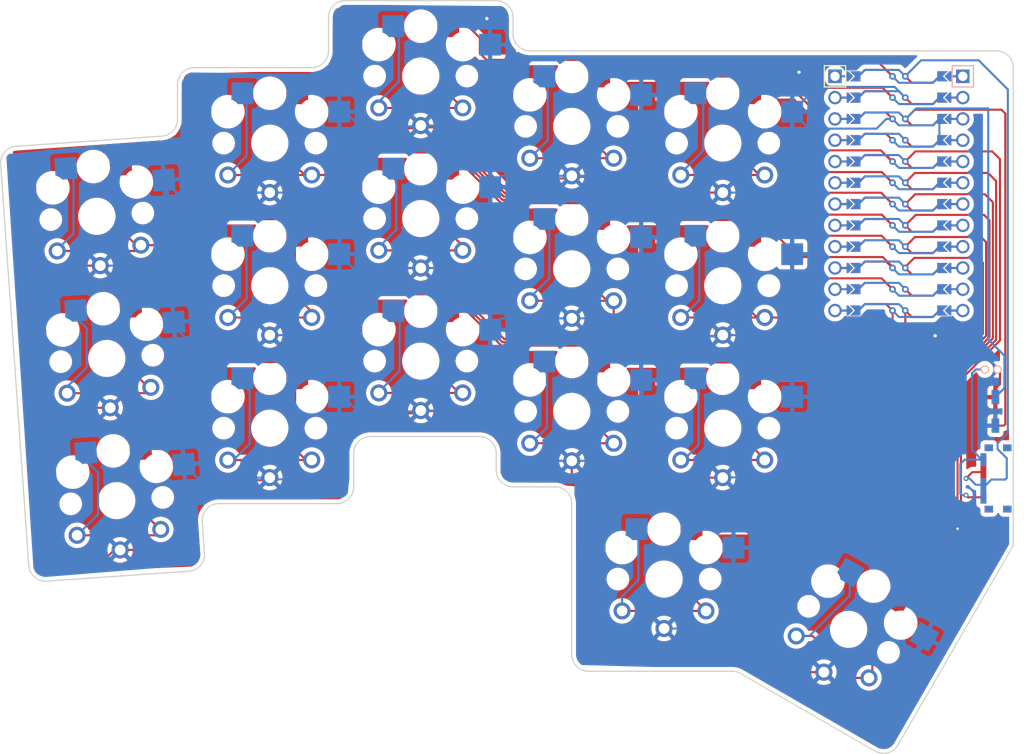
<source format=kicad_pcb>
(kicad_pcb (version 20211014) (generator pcbnew)
  (title_block (title "magic34") (rev "v1.0.0") (company "Unknown"))
  (layers (0 "F.Cu" signal) (31 "B.Cu" signal) (34 "B.Paste" user) (35 "F.Paste" user) (36 "B.SilkS" user "B.Silkscreen") (37 "F.SilkS" user "F.Silkscreen") (38 "B.Mask" user) (39 "F.Mask" user) (44 "Edge.Cuts" user))
  (net 0 "")
  (net 1 "P10")
  (net 2 "GND")
  (net 3 "P5")
  (net 4 "P4")
  (net 5 "P14")
  (net 6 "P6")
  (net 7 "P3")
  (net 8 "P15")
  (net 9 "P7")
  (net 10 "P1")
  (net 11 "P18")
  (net 12 "P9")
  (net 13 "P0")
  (net 14 "P19")
  (net 15 "P8")
  (net 16 "P2")
  (net 17 "P20")
  (net 18 "P21")
  (net 19 "pos")
  (net 20 "RAW")
  (net 21 "RST")
  (net 22 "VCC")
  (net 23 "P16")
  (footprint "lib:bat" (layer "F.Cu") (at 122.247346 -15.644195 90)
    (fp_text reference "")
    (fp_text value "")
  )
  (footprint "PG1350" (layer "F.Cu") (at 90.247346 -8.644196)
    (fp_text reference "S25" hide)
    (fp_text value "" hide)
  )
  (footprint "PG1350" (layer "F.Cu") (at 54.247346 -16.644196)
    (fp_text reference "S13" hide)
    (fp_text value "" hide)
  )
  (footprint "PG1350" (layer "F.Cu") (at 90.247346 -8.644196 180)
    (fp_text reference "S26" hide)
    (fp_text value "" hide)
  )
  (footprint "PG1350" (layer "F.Cu") (at 36.247346 -25.644196)
    (fp_text reference "S9" hide)
    (fp_text value "" hide)
  )
  (footprint "PG1350" (layer "F.Cu") (at 36.247346 -42.644196 180)
    (fp_text reference "S12" hide)
    (fp_text value "" hide)
  )
  (footprint "PG1350" (layer "F.Cu") (at 105.247346 15.355805 -30)
    (fp_text reference "S33" hide)
    (fp_text value "" hide)
  )
  (footprint "PG1350" (layer "F.Cu") (at 36.247346 -8.644196)
    (fp_text reference "S7" hide)
    (fp_text value "" hide)
  )
  (footprint "PG1350" (layer "F.Cu") (at 54.247346 -16.644196 180)
    (fp_text reference "S14" hide)
    (fp_text value "" hide)
  )
  (footprint "PG1350" (layer "F.Cu") (at 72.247346 -10.644196 180)
    (fp_text reference "S20" hide)
    (fp_text value "" hide)
  )
  (footprint "PG1350" (layer "F.Cu") (at 90.247346 -25.644196)
    (fp_text reference "S27" hide)
    (fp_text value "" hide)
  )
  (footprint "PG1350" (layer "F.Cu") (at 15.62828 -33.917178 4)
    (fp_text reference "S5" hide)
    (fp_text value "" hide)
  )
  (footprint "PG1350" (layer "F.Cu") (at 16.81414 -16.958589 -176)
    (fp_text reference "S4" hide)
    (fp_text value "" hide)
  )
  (footprint "ProMicro" (layer "F.Cu") (at 111.247346 -36.644196 -90)
    (fp_text reference "MCU1" hide)
    (fp_text value "")
  )
  (footprint "PG1350" (layer "F.Cu") (at 54.247346 -33.644196)
    (fp_text reference "S15" hide)
    (fp_text value "" hide)
  )
  (footprint "PG1350" (layer "F.Cu") (at 36.247346 -8.644196 180)
    (fp_text reference "S8" hide)
    (fp_text value "" hide)
  )
  (footprint "PG1350" (layer "F.Cu") (at 16.81414 -16.958589 4)
    (fp_text reference "S3" hide)
    (fp_text value "" hide)
  )
  (footprint "PG1350" (layer "F.Cu") (at 105.247346 15.355805 150)
    (fp_text reference "S34" hide)
    (fp_text value "" hide)
  )
  (footprint "PG1350" (layer "F.Cu") (at 36.247346 -42.644196)
    (fp_text reference "S11" hide)
    (fp_text value "" hide)
  )
  (footprint "PG1350" (layer "F.Cu") (at 72.247346 -44.644196)
    (fp_text reference "S23" hide)
    (fp_text value "" hide)
  )
  (footprint "VIA-0.6mm" (layer "F.Cu") (at 118.247346 3.355804)
    (fp_text reference "REF**" hide)
    (fp_text value "VIA-0.6mm" hide)
  )
  (footprint "Button_Switch_SMD:SW_SPST_B3U-1000P" (layer "F.Cu") (at 122.747346 -10.644196 -90)
    (fp_text reference "")
    (fp_text value "")
  )
  (footprint "PG1350" (layer "F.Cu") (at 72.247346 -27.644196)
    (fp_text reference "S21" hide)
    (fp_text value "" hide)
  )
  (footprint "PG1350" (layer "F.Cu") (at 18 0 -176)
    (fp_text reference "S2" hide)
    (fp_text value "" hide)
  )
  (footprint "VIA-0.6mm" (layer "F.Cu") (at 119.247346 -2.644196)
    (fp_text reference "REF**" hide)
    (fp_text value "VIA-0.6mm" hide)
  )
  (footprint "PG1350" (layer "F.Cu") (at 18 0 4)
    (fp_text reference "S1" hide)
    (fp_text value "" hide)
  )
  (footprint "PG1350" (layer "F.Cu") (at 54.247346 -33.644196 180)
    (fp_text reference "S16" hide)
    (fp_text value "" hide)
  )
  (footprint "PG1350" (layer "F.Cu") (at 90.247346 -25.644196 180)
    (fp_text reference "S28" hide)
    (fp_text value "" hide)
  )
  (footprint "Button_Switch_SMD:SW_SPDT_PCM12" (layer "F.Cu") (at 122.747346 -2.644196 90)
    (fp_text reference "")
    (fp_text value "")
  )
  (footprint "PG1350" (layer "F.Cu") (at 15.62828 -33.917178 -176)
    (fp_text reference "S6" hide)
    (fp_text value "" hide)
  )
  (footprint "VIA-0.6mm" (layer "F.Cu") (at 119.247346 -0.644196)
    (fp_text reference "REF**" hide)
    (fp_text value "VIA-0.6mm" hide)
  )
  (footprint "PG1350" (layer "F.Cu") (at 83.247346 9.355805 180)
    (fp_text reference "S32" hide)
    (fp_text value "" hide)
  )
  (footprint "PG1350" (layer "F.Cu") (at 36.247346 -25.644196 180)
    (fp_text reference "S10" hide)
    (fp_text value "" hide)
  )
  (footprint "PG1350" (layer "F.Cu") (at 90.247346 -42.644196 180)
    (fp_text reference "S30" hide)
    (fp_text value "" hide)
  )
  (footprint "PG1350" (layer "F.Cu") (at 54.247346 -50.644196 180)
    (fp_text reference "S18" hide)
    (fp_text value "" hide)
  )
  (footprint "PG1350" (layer "F.Cu") (at 72.247346 -10.644196)
    (fp_text reference "S19" hide)
    (fp_text value "" hide)
  )
  (footprint "PG1350" (layer "F.Cu") (at 72.247346 -27.644196 180)
    (fp_text reference "S22" hide)
    (fp_text value "" hide)
  )
  (footprint "PG1350" (layer "F.Cu") (at 90.247346 -42.644196)
    (fp_text reference "S29" hide)
    (fp_text value "" hide)
  )
  (footprint "PG1350" (layer "F.Cu") (at 83.247346 9.355805)
    (fp_text reference "S31" hide)
    (fp_text value "" hide)
  )
  (footprint "PG1350" (layer "F.Cu") (at 54.247346 -50.644196)
    (fp_text reference "S17" hide)
    (fp_text value "" hide)
  )
  (footprint "PG1350" (layer "F.Cu") (at 72.247346 -44.644196 180)
    (fp_text reference "S24" hide)
    (fp_text value "" hide)
  )
  (gr_line (start 111.13965 29.150033) (end 124.877255 5.355805) (layer "Edge.Cuts") (width 0.15))
  (gr_line (start 92.371701 20.623754) (end 108.4076 29.882084) (layer "Edge.Cuts") (width 0.15))
  (gr_arc (start 46.247346 -1.644196) (mid 45.66156 -0.229982) (end 44.247346 0.355804) (layer "Edge.Cuts") (width 0.15))
  (gr_arc (start 70.247346 -1.644196) (mid 71.66156 -1.05841) (end 72.247346 0.355804) (layer "Edge.Cuts") (width 0.15))
  (gr_line (start 124.887346 5.355805) (end 124.877255 5.355805) (layer "Edge.Cuts") (width 0.15))
  (gr_line (start 124.887346 5.338327) (end 124.887346 5.355805) (layer "Edge.Cuts") (width 0.15))
  (gr_arc (start 4.16678 -40.132805) (mid 4.652489 -41.584436) (end 6.022395 -42.267446) (layer "Edge.Cuts") (width 0.15))
  (gr_arc (start 67.247346 -53.644196) (mid 65.833132 -54.229982) (end 65.247346 -55.644196) (layer "Edge.Cuts") (width 0.15))
  (gr_line (start 63.247346 -5.644196) (end 63.247346 -3.644196) (layer "Edge.Cuts") (width 0.15))
  (gr_arc (start 43.247346 -53.644196) (mid 42.66156 -52.229982) (end 41.247346 -51.644196) (layer "Edge.Cuts") (width 0.15))
  (gr_line (start 45.247346 -59.644196) (end 63.247346 -59.644196) (layer "Edge.Cuts") (width 0.15))
  (gr_line (start 6.468744 -7.213191) (end 7.515091 7.75027) (layer "Edge.Cuts") (width 0.15))
  (gr_line (start 27.247346 -51.644196) (end 41.247346 -51.644196) (layer "Edge.Cuts") (width 0.15))
  (gr_arc (start 46.247346 -5.644196) (mid 46.833132 -7.05841) (end 48.247346 -7.644196) (layer "Edge.Cuts") (width 0.15))
  (gr_arc (start 63.247346 -59.644196) (mid 64.66156 -59.05841) (end 65.247346 -57.644196) (layer "Edge.Cuts") (width 0.15))
  (gr_line (start 43.247346 -53.644196) (end 43.247346 -57.644196) (layer "Edge.Cuts") (width 0.15))
  (gr_arc (start 122.887346 -53.644196) (mid 124.30156 -53.05841) (end 124.887346 -51.644196) (layer "Edge.Cuts") (width 0.15))
  (gr_line (start 28.198909 2.495318) (end 28.463936 6.285384) (layer "Edge.Cuts") (width 0.15))
  (gr_arc (start 74.247346 20.355804) (mid 72.833132 19.770018) (end 72.247346 18.355804) (layer "Edge.Cuts") (width 0.15))
  (gr_line (start 65.247346 -1.644196) (end 70.247346 -1.644196) (layer "Edge.Cuts") (width 0.15))
  (gr_line (start 9.649732 9.605885) (end 26.608321 8.420025) (layer "Edge.Cuts") (width 0.15))
  (gr_line (start 6.468744 -7.213191) (end 6.398987 -8.210755) (layer "Edge.Cuts") (width 0.15))
  (gr_arc (start 25.247346 -49.644196) (mid 25.833132 -51.05841) (end 27.247346 -51.644196) (layer "Edge.Cuts") (width 0.15))
  (gr_line (start 72.247346 18.355804) (end 72.247346 0.355804) (layer "Edge.Cuts") (width 0.15))
  (gr_line (start 46.247346 -5.644196) (end 46.247346 -1.644196) (layer "Edge.Cuts") (width 0.15))
  (gr_arc (start 43.247346 -57.644196) (mid 43.833132 -59.05841) (end 45.247346 -59.644196) (layer "Edge.Cuts") (width 0.15))
  (gr_arc (start 65.247346 -1.644196) (mid 63.833132 -2.229982) (end 63.247346 -3.644196) (layer "Edge.Cuts") (width 0.15))
  (gr_arc (start 28.198909 2.495317) (mid 28.73133 0.991807) (end 30.194037 0.355804) (layer "Edge.Cuts") (width 0.15))
  (gr_arc (start 61.247346 -7.644196) (mid 62.66156 -7.05841) (end 63.247346 -5.644196) (layer "Edge.Cuts") (width 0.15))
  (gr_arc (start 25.247347 -45.476816) (mid 24.710054 -44.112819) (end 23.386859 -43.481687) (layer "Edge.Cuts") (width 0.15))
  (gr_line (start 124.887346 -8.644196) (end 124.887346 5.333004) (layer "Edge.Cuts") (width 0.15))
  (gr_line (start 6.022395 -42.267446) (end 23.386859 -43.481687) (layer "Edge.Cuts") (width 0.15))
  (gr_line (start 124.887346 -8.644196) (end 124.887346 -34.644195) (layer "Edge.Cuts") (width 0.15))
  (gr_arc (start 9.649732 9.605885) (mid 8.198101 9.120176) (end 7.515091 7.75027) (layer "Edge.Cuts") (width 0.15))
  (gr_arc (start 111.139651 29.150033) (mid 109.925238 30.081885) (end 108.4076 29.882084) (layer "Edge.Cuts") (width 0.15))
  (gr_line (start 124.887346 5.333004) (end 124.889651 5.334334) (layer "Edge.Cuts") (width 0.15))
  (gr_line (start 65.247346 -57.644196) (end 65.247346 -55.644196) (layer "Edge.Cuts") (width 0.15))
  (gr_line (start 25.247346 -45.476816) (end 25.247346 -49.644196) (layer "Edge.Cuts") (width 0.15))
  (gr_line (start 30.194037 0.355804) (end 44.247346 0.355804) (layer "Edge.Cuts") (width 0.15))
  (gr_line (start 124.887346 -34.644195) (end 124.887346 -51.644196) (layer "Edge.Cuts") (width 0.15))
  (gr_line (start 74.247346 20.355804) (end 91.371701 20.355804) (layer "Edge.Cuts") (width 0.15))
  (gr_line (start 67.247346 -53.644196) (end 122.887346 -53.644196) (layer "Edge.Cuts") (width 0.15))
  (gr_line (start 48.247346 -7.644196) (end 61.247346 -7.644196) (layer "Edge.Cuts") (width 0.15))
  (gr_arc (start 28.463936 6.285384) (mid 27.978227 7.737015) (end 26.608321 8.420025) (layer "Edge.Cuts") (width 0.15))
  (gr_arc (start 91.371701 20.355805) (mid 91.889339 20.423953) (end 92.371701 20.623754) (layer "Edge.Cuts") (width 0.15))
  (gr_line (start 4.16678 -40.132805) (end 6.398987 -8.210755) (layer "Edge.Cuts") (width 0.15))
  (gr_line (start 124.889651 5.334334) (end 124.887346 5.338327) (layer "Edge.Cuts") (width 0.15))
  (segment (start 20.5994 0.8636) (end 20.5994 -5.911388) (width 0.25) (layer "F.Cu") (net 1))
  (segment (start 43.7642 -19.2024) (end 41.0972 -16.5354) (width 0.25) (layer "F.Cu") (net 1))
  (segment (start 112.009346 -18.181746) (end 110.2868 -16.4592) (width 0.25) (layer "F.Cu") (net 1))
  (segment (start 25.781 -13.5382) (end 25.781 -8.382) (width 0.25) (layer "F.Cu") (net 1))
  (segment (start 110.2868 -16.4592) (end 96.5708 -16.4592) (width 0.25) (layer "F.Cu") (net 1))
  (segment (start 23.252895 3.441961) (end 23.177761 3.441961) (width 0.25) (layer "F.Cu") (net 1))
  (segment (start 78.9178 -17.6784) (end 77.3176 -19.2786) (width 0.25) (layer "F.Cu") (net 1))
  (segment (start 25.781 -8.382) (end 23.562959 -6.163959) (width 0.25) (layer "F.Cu") (net 1))
  (segment (start 60.2742 -23.1902) (end 60.2742 -23.8252) (width 0.25) (layer "F.Cu") (net 1))
  (segment (start 77.3176 -19.2786) (end 64.1858 -19.2786) (width 0.25) (layer "F.Cu") (net 1))
  (segment (start 43.7642 -22.1742) (end 43.7642 -19.2024) (width 0.25) (layer "F.Cu") (net 1))
  (segment (start 60.2742 -23.8252) (end 59.0804 -25.019) (width 0.25) (layer "F.Cu") (net 1))
  (segment (start 96.5708 -16.4592) (end 95.3516 -17.6784) (width 0.25) (layer "F.Cu") (net 1))
  (segment (start 22.55533 4.139526) (end 23.252895 3.441961) (width 0.25) (layer "F.Cu") (net 1))
  (segment (start 59.0804 -25.019) (end 46.609 -25.019) (width 0.25) (layer "F.Cu") (net 1))
  (segment (start 112.009346 -22.674196) (end 112.009346 -18.181746) (width 0.25) (layer "F.Cu") (net 1))
  (segment (start 64.1858 -19.2786) (end 60.2742 -23.1902) (width 0.25) (layer "F.Cu") (net 1))
  (segment (start 23.177761 3.441961) (end 20.5994 0.8636) (width 0.25) (layer "F.Cu") (net 1))
  (segment (start 95.3516 -17.6784) (end 78.9178 -17.6784) (width 0.25) (layer "F.Cu") (net 1))
  (segment (start 41.0972 -16.5354) (end 28.7782 -16.5354) (width 0.25) (layer "F.Cu") (net 1))
  (segment (start 23.562959 -6.163959) (end 20.851971 -6.163959) (width 0.25) (layer "F.Cu") (net 1))
  (segment (start 46.609 -25.019) (end 43.7642 -22.1742) (width 0.25) (layer "F.Cu") (net 1))
  (segment (start 13.277254 4.139526) (end 22.55533 4.139526) (width 0.25) (layer "F.Cu") (net 1))
  (segment (start 28.7782 -16.5354) (end 25.781 -13.5382) (width 0.25) (layer "F.Cu") (net 1))
  (segment (start 20.5994 -5.911388) (end 20.851971 -6.163959) (width 0.25) (layer "F.Cu") (net 1))
  (segment (start 14.317927 -5.707054) (end 14.317927 -4.808273) (width 0.25) (layer "B.Cu") (net 1))
  (segment (start 15.7734 1.64338) (end 13.277254 4.139526) (width 0.25) (layer "B.Cu") (net 1))
  (segment (start 14.317927 -4.808273) (end 15.7734 -3.3528) (width 0.25) (layer "B.Cu") (net 1))
  (segment (start 15.7734 -3.3528) (end 15.7734 1.64338) (width 0.25) (layer "B.Cu") (net 1))
  (segment (start 63.972346 -48.394196) (end 63.972346 -41.031254) (width 0.25) (layer "F.Cu") (net 2))
  (segment (start 94.5896 18.6436) (end 94.5896 12.3444) (width 0.25) (layer "F.Cu") (net 2))
  (segment (start 63.5508 -23.9014) (end 65.708004 -21.744196) (width 0.25) (layer "F.Cu") (net 2))
  (segment (start 81.972346 -38.398254) (end 81.972346 -38.626854) (width 0.25) (layer "F.Cu") (net 2))
  (segment (start 27.9654 -46.38725) (end 27.972346 -46.394196) (width 0.25) (layer "F.Cu") (net 2))
  (segment (start 46.957204 -27.744196) (end 45.4914 -29.21) (width 0.25) (layer "F.Cu") (net 2))
  (segment (start 74.972346 5.605805) (end 74.972346 4.174054) (width 0.25) (layer "F.Cu") (net 2))
  (segment (start 123.2916 -15.349941) (end 122.997346 -15.644195) (width 0.25) (layer "F.Cu") (net 2))
  (segment (start 26.3144 -0.5842) (end 28.1686 -2.4384) (width 0.25) (layer "F.Cu") (net 2))
  (segment (start 54.247346 -27.744196) (end 46.957204 -27.744196) (width 0.25) (layer "F.Cu") (net 2))
  (segment (start 63.972346 -14.394196) (end 63.972346 -11.876946) (width 0.25) (layer "F.Cu") (net 2))
  (segment (start 15.314761 -11.072961) (end 17.225703 -11.072961) (width 0.25) (layer "F.Cu") (net 2))
  (segment (start 36.247346 -36.744196) (end 29.676804 -36.744196) (width 0.25) (layer "F.Cu") (net 2))
  (segment (start 81.8388 -12.26065) (end 81.972346 -12.394196) (width 0.25) (layer "F.Cu") (net 2))
  (segment (start 8.297711 -35.894948) (end 7.111851 -37.080808) (width 0.25) (layer "F.Cu") (net 2))
  (segment (start 66.4972 -38.4302) (end 71.93335 -38.4302) (width 0.25) (layer "F.Cu") (net 2))
  (segment (start 45.4914 -36.91325) (end 45.972346 -37.394196) (width 0.25) (layer "F.Cu") (net 2))
  (segment (start 81.5848 16.9418) (end 76.5048 16.9418) (width 0.25) (layer "F.Cu") (net 2))
  (segment (start 74.972346 1.151454) (end 78.867996 -2.744196) (width 0.25) (layer "F.Cu") (net 2))
  (segment (start 63.972346 -31.394196) (end 63.5508 -30.97265) (width 0.25) (layer "F.Cu") (net 2))
  (segment (start 123.2916 -13.8938) (end 123.2916 -15.349941) (width 0.25) (layer "F.Cu") (net 2))
  (segment (start 122.747346 -12.344196) (end 122.747346 -13.349546) (width 0.25) (layer "F.Cu") (net 2))
  (segment (start 27.972346 -12.394196) (end 27.5082 -11.93005) (width 0.25) (layer "F.Cu") (net 2))
  (segment (start 9.483571 -5.241771) (end 15.314761 -11.072961) (width 0.25) (layer "F.Cu") (net 2))
  (segment (start 76.5048 16.9418) (end 75.057 15.494) (width 0.25) (layer "F.Cu") (net 2))
  (segment (start 102.297346 20.465355) (end 96.411355 20.465355) (width 0.25) (layer "F.Cu") (net 2))
  (segment (start 122.747346 -13.349546) (end 123.2916 -13.8938) (width 0.25) (layer "F.Cu") (net 2))
  (segment (start 29.083 -2.4384) (end 31.1658 -2.4384) (width 0.25) (layer "F.Cu") (net 2))
  (segment (start 83.6422 -19.6342) (end 90.13735 -19.6342) (width 0.25) (layer "F.Cu") (net 2))
  (segment (start 78.867996 -2.744196) (end 81.8388 -5.715) (width 0.25) (layer "F.Cu") (net 2))
  (segment (start 8.297711 -20.122219) (end 8.297711 -35.894948) (width 0.25) (layer "F.Cu") (net 2))
  (segment (start 63.972346 -11.876946) (end 62.7634 -10.668) (width 0.25) (layer "F.Cu") (net 2))
  (segment (start 72.247346 -3.114454) (end 74.972346 -0.389454) (width 0.25) (layer "F.Cu") (net 2))
  (segment (start 60.10435 -44.5262) (end 54.465342 -44.5262) (width 0.25) (layer "F.Cu") (net 2))
  (segment (start 63.5508 -30.97265) (end 63.5508 -23.9014) (width 0.25) (layer "F.Cu") (net 2))
  (segment (start 35.34995 -18.8468) (end 36.247346 -19.744196) (width 0.25) (layer "F.Cu") (net 2))
  (segment (start 45.9232 -20.34505) (end 45.9232 -11.4554) (width 0.25) (layer "F.Cu") (net 2))
  (segment (start 45.972346 -54.394196) (end 45.972346 -45.721654) (width 0.25) (layer "F.Cu") (net 2))
  (segment (start 45.9232 -11.4554) (end 46.9646 -10.414) (width 0.25) (layer "F.Cu") (net 2))
  (segment (start 72.247346 -4.744196) (end 65.359804 -4.744196) (width 0.25) (layer "F.Cu") (net 2))
  (segment (start 12.84235 -28.03155) (end 8.297711 -23.486911) (width 0.25) (layer "F.Cu") (net 2))
  (segment (start 90.13735 -19.6342) (end 90.247346 -19.744196) (width 0.25) (layer "F.Cu") (net 2))
  (segment (start 54.465342 -44.5262) (end 54.247346 -44.744196) (width 0.25) (layer "F.Cu") (net 2))
  (segment (start 9.483571 6.791171) (end 9.483571 -3.16363) (width 0.25) (layer "F.Cu") (net 2))
  (segment (start 72.247346 -38.744196) (end 72.364688 -38.626854) (width 0.25) (layer "F.Cu") (net 2))
  (segment (start 9.7536 7.0612) (end 9.483571 6.791171) (width 0.25) (layer "F.Cu") (net 2))
  (segment (start 81.972346 -38.626854) (end 81.972346 -46.394196) (width 0.25) (layer "F.Cu") (net 2))
  (segment (start 18.411563 5.885628) (end 17.710972 5.885628) (width 0.25) (layer "F.Cu") (net 2))
  (segment (start 29.7688 -18.8468) (end 35.34995 -18.8468) (width 0.25) (layer "F.Cu") (net 2))
  (segment (start 74.972346 4.174054) (end 74.972346 1.151454) (width 0.25) (layer "F.Cu") (net 2))
  (segment (start 83.247346 15.279254) (end 81.5848 16.9418) (width 0.25) (layer "F.Cu") (net 2))
  (segment (start 72.247346 -4.744196) (end 72.247346 -3.114454) (width 0.25) (layer "F.Cu") (net 2))
  (segment (start 16.5354 7.0612) (end 9.7536 7.0612) (width 0.25) (layer "F.Cu") (net 2))
  (segment (start 17.710972 5.885628) (end 16.5354 7.0612) (width 0.25) (layer "F.Cu") (net 2))
  (segment (start 53.91715 -10.414) (end 54.247346 -10.744196) (width 0.25) (layer "F.Cu") (net 2))
  (segment (start 65.359804 -4.744196) (end 63.9318 -6.1722) (width 0.25) (layer "F.Cu") (net 2))
  (segment (start 90.247346 -36.744196) (end 83.626404 -36.744196) (width 0.25) (layer "F.Cu") (net 2))
  (segment (start 8.297711 -20.122219) (end 8.297711 -4.34949) (width 0.25) (layer "F.Cu") (net 2))
  (segment (start 25.026172 5.885628) (end 26.3144 4.5974) (width 0.25) (layer "F.Cu") (net 2))
  (segment (start 81.972346 -29.394196) (end 81.972346 -21.571146) (width 0.25) (layer "F.Cu") (net 2))
  (segment (start 45.4914 -29.21) (end 45.4914 -36.91325) (width 0.25) (layer "F.Cu") (net 2))
  (segment (start 9.483571 -3.16363) (end 9.483571 -5.241771) (width 0.25) (layer "F.Cu") (net 2))
  (segment (start 63.972346 -41.031254) (end 66.4972 -38.5064) (width 0.25) (layer "F.Cu") (net 2))
  (segment (start 81.8388 -5.715) (end 81.8388 -12.26065) (width 0.25) (layer "F.Cu") (net 2))
  (segment (start 62.7634 -10.668) (end 54.323542 -10.668) (width 0.25) (layer "F.Cu") (net 2))
  (segment (start 8.297711 -4.34949) (end 9.483571 -3.16363) (width 0.25) (layer "F.Cu") (net 2))
  (segment (start 26.3144 4.5974) (end 26.3144 -0.5842) (width 0.25) (layer "F.Cu") (net 2))
  (segment (start 27.5082 -11.93005) (end 27.5082 -4.0132) (width 0.25) (layer "F.Cu") (net 2))
  (segment (start 94.5896 12.3444) (end 98.96329 7.97071) (width 0.25) (layer "F.Cu") (net 2))
  (segment (start 46.9646 -10.414) (end 53.91715 -10.414) (width 0.25) (layer "F.Cu") (net 2))
  (segment (start 75.057 5.690459) (end 74.972346 5.605805) (width 0.25) (layer "F.Cu") (net 2))
  (segment (start 16.039843 -28.03155) (end 12.84235 -28.03155) (width 0.25) (layer "F.Cu") (net 2))
  (segment (start 45.972346 -45.721654) (end 47.2694 -44.4246) (width 0.25) (layer "F.Cu") (net 2))
  (segment (start 8.297711 -23.486911) (end 8.297711 -20.122219) (width 0.25) (layer "F.Cu") (net 2))
  (segment (start 66.4972 -38.5064) (end 66.4972 -38.4302) (width 0.25) (layer "F.Cu") (net 2))
  (segment (start 28.1686 -2.4384) (end 31.1658 -2.4384) (width 0.25) (layer "F.Cu") (net 2))
  (segment (start 18.411563 5.885628) (end 25.026172 5.885628) (width 0.25) (layer "F.Cu") (net 2))
  (segment (start 63.972346 -48.394196) (end 60.10435 -44.5262) (width 0.25) (layer "F.Cu") (net 2))
  (segment (start 81.9658 -21.3106) (end 83.6422 -19.6342) (width 0.25) (layer "F.Cu") (net 2))
  (segment (start 75.057 15.494) (end 75.057 5.690459) (width 0.25) (layer "F.Cu") (net 2))
  (segment (start 29.676804 -36.744196) (end 27.9654 -38.4556) (width 0.25) (layer "F.Cu") (net 2))
  (segment (start 54.323542 -10.668) (end 54.247346 -10.744196) (width 0.25) (layer "F.Cu") (net 2))
  (segment (start 27.972346 -29.394196) (end 27.972346 -20.643254) (width 0.25) (layer "F.Cu") (net 2))
  (segment (start 27.5082 -4.0132) (end 29.083 -2.4384) (width 0.25) (layer "F.Cu") (net 2))
  (segment (start 65.708004 -21.744196) (end 72.247346 -21.744196) (width 0.25) (layer "F.Cu") (net 2))
  (segment (start 53.92775 -44.4246) (end 54.247346 -44.744196) (width 0.25) (layer "F.Cu") (net 2))
  (segment (start 47.2694 -44.4246) (end 53.92775 -44.4246) (width 0.25) (layer "F.Cu") (net 2))
  (segment (start 81.9658 -21.5646) (end 81.9658 -21.3106) (width 0.25) (layer "F.Cu") (net 2))
  (segment (start 45.972346 -20.394196) (end 45.9232 -20.34505) (width 0.25) (layer "F.Cu") (net 2))
  (segment (start 81.972346 -21.571146) (end 81.9658 -21.5646) (width 0.25) (layer "F.Cu") (net 2))
  (segment (start 27.9654 -38.4556) (end 27.9654 -46.38725) (width 0.25) (layer "F.Cu") (net 2))
  (segment (start 27.972346 -20.643254) (end 29.7688 -18.8468) (width 0.25) (layer "F.Cu") (net 2))
  (segment (start 96.411355 20.465355) (end 94.5896 18.6436) (width 0.25) (layer "F.Cu") (net 2))
  (segment (start 83.247346 15.255805) (end 83.247346 15.279254) (width 0.25) (layer "F.Cu") (net 2))
  (segment (start 71.93335 -38.4302) (end 72.247346 -38.744196) (width 0.25) (layer "F.Cu") (net 2))
  (segment (start 83.626404 -36.744196) (end 81.972346 -38.398254) (width 0.25) (layer "F.Cu") (net 2))
  (segment (start 78.867996 -2.744196) (end 90.247346 -2.744196) (width 0.25) (layer "F.Cu") (net 2))
  (segment (start 74.972346 -0.389454) (end 74.972346 4.174054) (width 0.25) (layer "F.Cu") (net 2))
  (segment (start 72.364688 -38.626854) (end 81.972346 -38.626854) (width 0.25) (layer "F.Cu") (net 2))
  (segment (start 98.96329 7.97071) (end 99.955986 7.97071) (width 0.25) (layer "F.Cu") (net 2))
  (segment (start 31.1658 -2.4384) (end 35.94155 -2.4384) (width 0.25) (layer "F.Cu") (net 2))
  (segment (start 63.9318 -14.35365) (end 63.972346 -14.394196) (width 0.25) (layer "F.Cu") (net 2))
  (segment (start 63.9318 -6.1722) (end 63.9318 -14.35365) (width 0.25) (layer "F.Cu") (net 2))
  (segment (start 35.94155 -2.4384) (end 36.247346 -2.744196) (width 0.25) (layer "F.Cu") (net 2))
  (via (at 99.3394 -51.1048) (size 0.8) (drill 0.4) (layers "F.Cu" "B.Cu") (net 2))
  (via (at 62.1284 -57.5056) (size 0.8) (drill 0.4) (layers "F.Cu" "B.Cu") (net 2))
  (via (at 115.57 -19.6596) (size 0.8) (drill 0.4) (layers "F.Cu" "B.Cu") (net 2))
  (segment (start 83.247346 15.255805) (end 86.355741 18.3642) (width 0.25) (layer "B.Cu") (net 2))
  (segment (start 63.872346 -38.744196) (end 72.247346 -38.744196) (width 0.25) (layer "B.Cu") (net 2))
  (segment (start 54.247346 -27.744196) (end 46.172346 -27.744196) (width 0.25) (layer "B.Cu") (net 2))
  (segment (start 44.522346 -46.394196) (end 45.223604 -46.394196) (width 0.25) (layer "B.Cu") (net 2))
  (segment (start 108.585 -44.3738) (end 100.542742 -44.3738) (width 0.25) (layer "B.Cu") (net 2))
  (segment (start 62.522346 -20.394196) (end 62.522346 -24.904454) (width 0.25) (layer "B.Cu") (net 2))
  (segment (start 62.522346 -24.904454) (end 59.682604 -27.744196) (width 0.25) (layer "B.Cu") (net 2))
  (segment (start 80.6958 -5.7658) (end 79.674196 -4.744196) (width 0.25) (layer "B.Cu") (net 2))
  (segment (start 60.7695 -10.9093) (end 60.7695 -9.8679) (width 0.25) (layer "B.Cu") (net 2))
  (segment (start 60.604396 -10.744196) (end 60.7695 -10.9093) (width 0.25) (layer "B.Cu") (net 2))
  (segment (start 91.522346 5.605805) (end 91.522346 14.471854) (width 0.25) (layer "B.Cu") (net 2))
  (segment (start 91.522346 14.471854) (end 90.738395 15.255805) (width 0.25) (layer "B.Cu") (net 2))
  (segment (start 78.063396 -38.744196) (end 80.522346 -41.203146) (width 0.25) (layer "B.Cu") (net 2))
  (segment (start 36.247346 -2.744196) (end 36.451542 -2.54) (width 0.25) (layer "B.Cu") (net 2))
  (segment (start 96.688196 -36.744196) (end 98.5266 -38.5826) (width 0.25) (layer "B.Cu") (net 2))
  (segment (start 46.9646 -44.6532) (end 54.15635 -44.6532) (width 0.25) (layer "B.Cu") (net 2))
  (segment (start 25.993256 -4.3181) (end 27.56716 -2.744196) (width 0.25) (layer "B.Cu") (net 2))
  (segment (start 62.522346 -37.394196) (end 63.872346 -38.744196) (width 0.25) (layer "B.Cu") (net 2))
  (segment (start 98.522346 -46.394196) (end 98.540396 -46.394196) (width 0.25) (layer "B.Cu") (net 2))
  (segment (start 79.674196 -4.744196) (end 72.247346 -4.744196) (width 0.25) (layer "B.Cu") (net 2))
  (segment (start 62.522346 -12.662146) (end 62.522346 -20.394196) (width 0.25) (layer "B.Cu") (net 2))
  (segment (start 24.807396 -20.811004) (end 26.8986 -18.7198) (width 0.25) (layer "B.Cu") (net 2))
  (segment (start 22.39275 -28.03155) (end 24.1046 -29.7434) (width 0.25) (layer "B.Cu") (net 2))
  (segment (start 97.5614 -2.7686) (end 90.27175 -2.7686) (width 0.25) (layer "B.Cu") (net 2))
  (segment (start 35.22295 -18.7198) (end 36.247346 -19.744196) (width 0.25) (layer "B.Cu") (net 2))
  (segment (start 72.247346 -38.744196) (end 78.063396 -38.744196) (width 0.25) (layer "B.Cu") (net 2))
  (segment (start 90.247346 -19.744196) (end 96.604596 -19.744196) (width 0.25) (layer "B.Cu") (net 2))
  (segment (start 24.1046 -37.752214) (end 23.621536 -38.235278) (width 0.25) (layer "B.Cu") (net 2))
  (segment (start 98.522346 -3.729546) (end 97.5614 -2.7686) (width 0.25) (layer "B.Cu") (net 2))
  (segment (start 90.08655 -19.5834) (end 90.247346 -19.744196) (width 0.25) (layer "B.Cu") (net 2))
  (segment (start 44.522346 -12.394196) (end 45.009804 -12.394196) (width 0.25) (layer "B.Cu") (net 2))
  (segment (start 80.6958 -14.220742) (end 80.6958 -5.7658) (width 0.25) (layer "B.Cu") (net 2))
  (segment (start 110.731342 -49.3522) (end 112.009346 -48.074196) (width 0.25) (layer "B.Cu") (net 2))
  (segment (start 44.522346 -17.174254) (end 44.522346 -12.394196) (width 0.25) (layer "B.Cu") (net 2))
  (segment (start 80.522346 -14.394196) (end 80.6958 -14.220742) (width 0.25) (layer "B.Cu") (net 2))
  (segment (start 25.112618 -36.744196) (end 36.247346 -36.744196) (width 0.25) (layer "B.Cu") (net 2))
  (segment (start 78.538596 -21.744196) (end 80.522346 -23.727946) (width 0.25) (layer "B.Cu") (net 2))
  (segment (start 90.247346 -36.744196) (end 96.688196 -36.744196) (width 0.25) (layer "B.Cu") (net 2))
  (segment (start 60.263596 -44.744196) (end 62.522346 -47.002946) (width 0.25) (layer "B.Cu") (net 2))
  (segment (start 27.56716 -2.744196) (end 36.247346 -2.744196) (width 0.25) (layer "B.Cu") (net 2))
  (segment (start 80.522346 -23.727946) (end 80.522346 -31.394196) (width 0.25) (layer "B.Cu") (net 2))
  (segment (start 98.6028 -21.7424) (end 98.6028 -29.313742) (width 0.25) (layer "B.Cu") (net 2))
  (segment (start 114.288706 17.334094) (end 107.8484 23.7744) (width 0.25) (layer "B.Cu") (net 2))
  (segment (start 86.355741 18.3642) (end 100.196191 18.3642) (width 0.25) (layer "B.Cu") (net 2))
  (segment (start 96.604596 -19.744196) (end 98.6028 -21.7424) (width 0.25) (layer "B.Cu") (net 2))
  (segment (start 45.009804 -12.394196) (end 46.7614 -10.6426) (width 0.25) (layer "B.Cu") (net 2))
  (segment (start 114.288706 16.24571) (end 114.288706 17.334094) (width 0.25) (layer "B.Cu") (net 2))
  (segment (start 60.7695 -9.8679) (end 65.893204 -4.744196) (width 0.25) (layer "B.Cu") (net 2))
  (segment (start 90.27175 -2.7686) (end 90.247346 -2.744196) (width 0.25) (layer "B.Cu") (net 2))
  (segment (start 26.8986 -18.7198) (end 35.22295 -18.7198) (width 0.25) (layer "B.Cu") (net 2))
  (segment (start 105.918 23.7744) (end 102.608955 20.465355) (width 0.25) (layer "B.Cu") (net 2))
  (segment (start 100.196191 18.3642) (end 102.297346 20.465355) (width 0.25) (layer "B.Cu") (net 2))
  (segment (start 46.7614 -10.6426) (end 54.14575 -10.6426) (width 0.25) (layer "B.Cu") (net 2))
  (segment (start 42.9768 -2.54) (end 44.3992 -3.9624) (width 0.25) (layer "B.Cu") (net 2))
  (segment (start 98.522346 -12.394196) (end 98.522346 -3.729546) (width 0.25) (layer "B.Cu") (net 2))
  (segment (start 36.247346 -36.744196) (end 39.252604 -36.744196) (width 0.25) (layer "B.Cu") (net 2))
  (segment (start 83.6676 -19.5834) (end 90.08655 -19.5834) (width 0.25) (layer "B.Cu") (net 2))
  (segment (start 54.15635 -44.6532) (end 54.247346 -44.744196) (width 0.25) (layer "B.Cu") (net 2))
  (segment (start 24.1046 -29.7434) (end 24.1046 -37.752214) (width 0.25) (layer "B.Cu") (net 2))
  (segment (start 36.247346 -19.744196) (end 41.952404 -19.744196) (width 0.25) (layer "B.Cu") (net 2))
  (segment (start 59.682604 -27.744196) (end 54.247346 -27.744196) (width 0.25) (layer "B.Cu") (net 2))
  (segment (start 98.6028 -29.313742) (end 98.522346 -29.394196) (width 0.25) (layer "B.Cu") (net 2))
  (segment (start 62.522346 -20.394196) (end 63.872346 -21.744196) (width 0.25) (layer "B.Cu") (net 2))
  (segment (start 44.6786 -29.55045) (end 44.522346 -29.394196) (width 0.25) (layer "B.Cu") (net 2))
  (segment (start 44.6786 -31.3182) (end 44.6786 -29.55045) (width 0.25) (layer "B.Cu") (net 2))
  (segment (start 44.3992 -3.9624) (end 44.3992 -12.27105) (width 0.25) (layer "B.Cu") (net 2))
  (segment (start 36.451542 -2.54) (end 42.9768 -2.54) (width 0.25) (layer "B.Cu") (net 2))
  (segment (start 44.3992 -12.27105) (end 44.522346 -12.394196) (width 0.25) (layer "B.Cu") (net 2))
  (segment (start 102.608955 20.465355) (end 102.297346 20.465355) (width 0.25) (layer "B.Cu") (net 2))
  (segment (start 24.807396 -21.276689) (end 24.807396 -20.811004) (width 0.25) (layer "B.Cu") (net 2))
  (segment (start 107.8484 23.7744) (end 105.918 23.7744) (width 0.25) (layer "B.Cu") (net 2))
  (segment (start 63.872346 -21.744196) (end 72.247346 -21.744196) (width 0.25) (layer "B.Cu") (net 2))
  (segment (start 39.252604 -36.744196) (end 44.6786 -31.3182) (width 0.25) (layer "B.Cu") (net 2))
  (segment (start 110.485346 -45.534196) (end 109.745396 -45.534196) (width 0.25) (layer "B.Cu") (net 2))
  (segment (start 65.893204 -4.744196) (end 72.247346 -4.744196) (width 0.25) (layer "B.Cu") (net 2))
  (segment (start 72.247346 -21.744196) (end 78.538596 -21.744196) (width 0.25) (layer "B.Cu") (net 2))
  (segment (start 54.247346 -10.744196) (end 60.604396 -10.744196) (width 0.25) (layer "B.Cu") (net 2))
  (segment (start 109.745396 -45.534196) (end 108.585 -44.3738) (width 0.25) (layer "B.Cu") (net 2))
  (segment (start 45.223604 -46.394196) (end 46.9646 -44.6532) (width 0.25) (layer "B.Cu") (net 2))
  (segment (start 62.522346 -47.002946) (end 62.522346 -54.394196) (width 0.25) (layer "B.Cu") (net 2))
  (segment (start 62.522346 -37.394196) (end 62.522346 -20.394196) (width 0.25) (layer "B.Cu") (net 2))
  (segment (start 80.522346 -22.728654) (end 83.6676 -19.5834) (width 0.25) (layer "B.Cu") (net 2))
  (segment (start 41.952404 -19.744196) (end 44.522346 -17.174254) (width 0.25) (layer "B.Cu") (net 2))
  (segment (start 100.542742 -44.3738) (end 98.522346 -46.394196) (width 0.25) (layer "B.Cu") (net 2))
  (segment (start 54.14575 -10.6426) (end 54.247346 -10.744196) (width 0.25) (layer "B.Cu") (net 2))
  (segment (start 23.621536 -38.235278) (end 25.112618 -36.744196) (width 0.25) (layer "B.Cu") (net 2))
  (segment (start 16.039843 -28.03155) (end 22.39275 -28.03155) (width 0.25) (layer "B.Cu") (net 2))
  (segment (start 116.073346 -45.534196) (end 116.073346 -42.994196) (width 0.25) (layer "B.Cu") (net 2))
  (segment (start 80.522346 -41.203146) (end 80.522346 -48.394196) (width 0.25) (layer "B.Cu") (net 2))
  (segment (start 98.5266 -38.5826) (end 98.5266 -46.389942) (width 0.25) (layer "B.Cu") (net 2))
  (segment (start 98.540396 -46.394196) (end 101.4984 -49.3522) (width 0.25) (layer "B.Cu") (net 2))
  (segment (start 60.7695 -10.9093) (end 62.522346 -12.662146) (width 0.25) (layer "B.Cu") (net 2))
  (segment (start 90.738395 15.255805) (end 83.247346 15.255805) (width 0.25) (layer "B.Cu") (net 2))
  (segment (start 54.247346 -44.744196) (end 60.263596 -44.744196) (width 0.25) (layer "B.Cu") (net 2))
  (segment (start 123.0884 -8.603142) (end 122.747346 -8.944196) (width 0.25) (layer "B.Cu") (net 2))
  (segment (start 101.4984 -49.3522) (end 110.731342 -49.3522) (width 0.25) (layer "B.Cu") (net 2))
  (segment (start 98.5266 -46.389942) (end 98.522346 -46.394196) (width 0.25) (layer "B.Cu") (net 2))
  (segment (start 46.172346 -27.744196) (end 44.522346 -29.394196) (width 0.25) (layer "B.Cu") (net 2))
  (segment (start 80.522346 -31.394196) (end 80.522346 -22.728654) (width 0.25) (layer "B.Cu") (net 2))
  (segment (start 46.99 -41.9608) (end 59.1058 -41.9608) (width 0.25) (layer "F.Cu") (net 3))
  (segment (start 21.36947 -12.819063) (end 22.067035 -13.516628) (width 0.25) (layer "F.Cu") (net 3))
  (segment (start 78.9686 -34.2646) (end 99.568 -34.2646) (width 0.25) (layer "F.Cu") (net 3))
  (segment (start 99.7458 -34.0868) (end 99.7712 -34.1122) (width 0.25) (layer "F.Cu") (net 3))
  (segment (start 64.135 -36.2712) (end 76.962 -36.2712) (width 0.25) (layer "F.Cu") (net 3))
  (segment (start 22.067035 -13.516628) (end 21.763972 -13.516628) (width 0.25) (layer "F.Cu") (net 3))
  (segment (start 99.568 -34.2646) (end 99.7458 -34.0868) (width 0.25) (layer "F.Cu") (net 3))
  (segment (start 43.815 -36.4236) (end 43.815 -38.7858) (width 0.25) (layer "F.Cu") (net 3))
  (segment (start 60.4774 -39.9288) (end 64.135 -36.2712) (width 0.25) (layer "F.Cu") (net 3))
  (segment (start 43.815 -38.7858) (end 46.99 -41.9608) (width 0.25) (layer "F.Cu") (net 3))
  (segment (start 22.462148 -23.122548) (end 25.8318 -26.4922) (width 0.25) (layer "F.Cu") (net 3))
  (segment (start 19.431 -22.887437) (end 19.666111 -23.122548) (width 0.25) (layer "F.Cu") (net 3))
  (segment (start 59.1058 -41.9608) (end 60.4774 -40.5892) (width 0.25) (layer "F.Cu") (net 3))
  (segment (start 76.962 -36.2712) (end 78.9686 -34.2646) (width 0.25) (layer "F.Cu") (net 3))
  (segment (start 40.9702 -33.5788) (end 43.815 -36.4236) (width 0.25) (layer "F.Cu") (net 3))
  (segment (start 19.666111 -23.122548) (end 22.462148 -23.122548) (width 0.25) (layer "F.Cu") (net 3))
  (segment (start 60.4774 -40.5892) (end 60.4774 -39.9288) (width 0.25) (layer "F.Cu") (net 3))
  (segment (start 12.091394 -12.819063) (end 21.36947 -12.819063) (width 0.25) (layer "F.Cu") (net 3))
  (segment (start 28.8544 -33.5788) (end 40.9702 -33.5788) (width 0.25) (layer "F.Cu") (net 3))
  (segment (start 25.8318 -30.5562) (end 28.8544 -33.5788) (width 0.25) (layer "F.Cu") (net 3))
  (segment (start 99.7712 -34.1122) (end 109.207342 -34.1122) (width 0.25) (layer "F.Cu") (net 3))
  (segment (start 25.8318 -26.4922) (end 25.8318 -30.5562) (width 0.25) (layer "F.Cu") (net 3))
  (segment (start 21.763972 -13.516628) (end 19.431 -15.8496) (width 0.25) (layer "F.Cu") (net 3))
  (segment (start 19.431 -15.8496) (end 19.431 -22.887437) (width 0.25) (layer "F.Cu") (net 3))
  (segment (start 109.207342 -34.1122) (end 110.485346 -32.834196) (width 0.25) (layer "F.Cu") (net 3))
  (segment (start 14.4272 -20.5486) (end 14.4272 -15.9004) (width 0.25) (layer "B.Cu") (net 3))
  (segment (start 13.132067 -22.665643) (end 13.132067 -21.843733) (width 0.25) (layer "B.Cu") (net 3))
  (segment (start 12.091394 -13.564594) (end 12.091394 -12.819063) (width 0.25) (layer "B.Cu") (net 3))
  (segment (start 13.132067 -21.843733) (end 14.4272 -20.5486) (width 0.25) (layer "B.Cu") (net 3))
  (segment (start 14.4272 -15.9004) (end 12.091394 -13.564594) (width 0.25) (layer "B.Cu") (net 3))
  (segment (start 109.131142 -36.7284) (end 110.485346 -35.374196) (width 0.25) (layer "F.Cu") (net 4))
  (segment (start 99.5426 -34.6456) (end 101.6254 -36.7284) (width 0.25) (layer "F.Cu") (net 4))
  (segment (start 59.2582 -42.3418) (end 60.9346 -40.6654) (width 0.25) (layer "F.Cu") (net 4))
  (segment (start 20.881175 -30.475217) (end 25.039617 -30.475217) (width 0.25) (layer "F.Cu") (net 4))
  (segment (start 18.1102 -32.6898) (end 18.1102 -39.711086) (width 0.25) (layer "F.Cu") (net 4))
  (segment (start 43.434 -36.6014) (end 43.434 -38.9636) (width 0.25) (layer "F.Cu") (net 4))
  (segment (start 10.905534 -29.777652) (end 20.18361 -29.777652) (width 0.25) (layer "F.Cu") (net 4))
  (segment (start 25.039617 -30.475217) (end 28.5496 -33.9852) (width 0.25) (layer "F.Cu") (net 4))
  (segment (start 20.324783 -30.475217) (end 18.1102 -32.6898) (width 0.25) (layer "F.Cu") (net 4))
  (segment (start 28.5496 -33.9852) (end 40.8178 -33.9852) (width 0.25) (layer "F.Cu") (net 4))
  (segment (start 79.1464 -34.6456) (end 99.5426 -34.6456) (width 0.25) (layer "F.Cu") (net 4))
  (segment (start 77.1398 -36.6522) (end 79.1464 -34.6456) (width 0.25) (layer "F.Cu") (net 4))
  (segment (start 46.8122 -42.3418) (end 59.2582 -42.3418) (width 0.25) (layer "F.Cu") (net 4))
  (segment (start 60.9346 -40.6654) (end 60.9346 -40.005) (width 0.25) (layer "F.Cu") (net 4))
  (segment (start 43.434 -38.9636) (end 46.8122 -42.3418) (width 0.25) (layer "F.Cu") (net 4))
  (segment (start 18.1102 -39.711086) (end 18.480251 -40.081137) (width 0.25) (layer "F.Cu") (net 4))
  (segment (start 101.6254 -36.7284) (end 109.131142 -36.7284) (width 0.25) (layer "F.Cu") (net 4))
  (segment (start 40.8178 -33.9852) (end 43.434 -36.6014) (width 0.25) (layer "F.Cu") (net 4))
  (segment (start 64.2874 -36.6522) (end 77.1398 -36.6522) (width 0.25) (layer "F.Cu") (net 4))
  (segment (start 20.881175 -30.475217) (end 20.324783 -30.475217) (width 0.25) (layer "F.Cu") (net 4))
  (segment (start 20.18361 -29.777652) (end 20.881175 -30.475217) (width 0.25) (layer "F.Cu") (net 4))
  (segment (start 60.9346 -40.005) (end 64.2874 -36.6522) (width 0.25) (layer "F.Cu") (net 4))
  (segment (start 10.905534 -29.930134) (end 12.8524 -31.877) (width 0.25) (layer "B.Cu") (net 4))
  (segment (start 10.905534 -29.777652) (end 10.905534 -29.930134) (width 0.25) (layer "B.Cu") (net 4))
  (segment (start 12.8524 -38.718039) (end 11.946207 -39.624232) (width 0.25) (layer "B.Cu") (net 4))
  (segment (start 12.8524 -31.877) (end 12.8524 -38.718039) (width 0.25) (layer "B.Cu") (net 4))
  (segment (start 96.4184 -16.0782) (end 117.4242 -16.0782) (width 0.25) (layer "F.Cu") (net 5))
  (segment (start 39.689396 -14.594196) (end 44.196 -19.1008) (width 0.25) (layer "F.Cu") (net 5))
  (segment (start 46.7614 -24.6126) (end 58.928 -24.6126) (width 0.25) (layer "F.Cu") (net 5))
  (segment (start 63.9826 -18.8976) (end 77.1144 -18.8976) (width 0.25) (layer "F.Cu") (net 5))
  (segment (start 31.247346 -4.844196) (end 41.247346 -4.844196) (width 0.25) (layer "F.Cu") (net 5))
  (segment (start 44.196 -19.1008) (end 44.196 -22.0472) (width 0.25) (layer "F.Cu") (net 5))
  (segment (start 121.2596 -19.9136) (end 121.2596 -28.3718) (width 0.25) (layer "F.Cu") (net 5))
  (segment (start 44.196 -22.0472) (end 46.7614 -24.6126) (width 0.25) (layer "F.Cu") (net 5))
  (segment (start 40.545604 -4.844196) (end 39.2684 -6.1214) (width 0.25) (layer "F.Cu") (net 5))
  (segment (start 39.2684 -14.34025) (end 39.522346 -14.594196) (width 0.25) (layer "F.Cu") (net 5))
  (segment (start 59.8932 -22.987) (end 63.9826 -18.8976) (width 0.25) (layer "F.Cu") (net 5))
  (segment (start 112.009346 -27.884546) (end 112.009346 -27.754196) (width 0.25) (layer "F.Cu") (net 5))
  (segment (start 77.1144 -18.8976) (end 78.7146 -17.2974) (width 0.25) (layer "F.Cu") (net 5))
  (segment (start 59.8932 -23.6474) (end 59.8932 -22.987) (width 0.25) (layer "F.Cu") (net 5))
  (segment (start 78.7146 -17.2974) (end 95.1992 -17.2974) (width 0.25) (layer "F.Cu") (net 5))
  (segment (start 39.2684 -6.1214) (end 39.2684 -14.34025) (width 0.25) (layer "F.Cu") (net 5))
  (segment (start 117.4242 -16.0782) (end 121.2596 -19.9136) (width 0.25) (layer "F.Cu") (net 5))
  (segment (start 113.0808 -28.956) (end 112.009346 -27.884546) (width 0.25) (layer "F.Cu") (net 5))
  (segment (start 41.247346 -4.844196) (end 40.545604 -4.844196) (width 0.25) (layer "F.Cu") (net 5))
  (segment (start 58.928 -24.6126) (end 59.8932 -23.6474) (width 0.25) (layer "F.Cu") (net 5))
  (segment (start 121.2596 -28.3718) (end 120.6754 -28.956) (width 0.25) (layer "F.Cu") (net 5))
  (segment (start 95.1992 -17.2974) (end 96.4184 -16.0782) (width 0.25) (layer "F.Cu") (net 5))
  (segment (start 120.6754 -28.956) (end 113.0808 -28.956) (width 0.25) (layer "F.Cu") (net 5))
  (segment (start 39.522346 -14.594196) (end 39.689396 -14.594196) (width 0.25) (layer "F.Cu") (net 5))
  (segment (start 33.8582 -13.0556) (end 33.8582 -6.7818) (width 0.25) (layer "B.Cu") (net 5))
  (segment (start 32.972346 -14.594196) (end 32.972346 -13.941454) (width 0.25) (layer "B.Cu") (net 5))
  (segment (start 33.8582 -6.7818) (end 31.920596 -4.844196) (width 0.25) (layer "B.Cu") (net 5))
  (segment (start 31.920596 -4.844196) (end 31.247346 -4.844196) (width 0.25) (layer "B.Cu") (net 5))
  (segment (start 32.972346 -13.941454) (end 33.8582 -13.0556) (width 0.25) (layer "B.Cu") (net 5))
  (segment (start 64.008 -35.8648) (end 76.8096 -35.8648) (width 0.25) (layer "F.Cu") (net 6))
  (segment (start 39.243 -24.5364) (end 39.243 -31.31485) (width 0.25) (layer "F.Cu") (net 6))
  (segment (start 31.247346 -21.844196) (end 41.247346 -21.844196) (width 0.25) (layer "F.Cu") (net 6))
  (segment (start 41.247346 -22.532054) (end 39.243 -24.5364) (width 0.25) (layer "F.Cu") (net 6))
  (segment (start 109.181942 -31.5976) (end 110.485346 -30.294196) (width 0.25) (layer "F.Cu") (net 6))
  (segment (start 47.117 -41.529) (end 58.9788 -41.529) (width 0.25) (layer "F.Cu") (net 6))
  (segment (start 78.8162 -33.8582) (end 95.2754 -33.8582) (width 0.25) (layer "F.Cu") (net 6))
  (segment (start 44.196 -36.26785) (end 44.196 -38.608) (width 0.25) (layer "F.Cu") (net 6))
  (segment (start 95.2754 -33.8582) (end 97.536 -31.5976) (width 0.25) (layer "F.Cu") (net 6))
  (segment (start 58.9788 -41.529) (end 59.944 -40.5638) (width 0.25) (layer "F.Cu") (net 6))
  (segment (start 39.243 -31.31485) (end 39.522346 -31.594196) (width 0.25) (layer "F.Cu") (net 6))
  (segment (start 59.944 -40.5638) (end 59.944 -39.9288) (width 0.25) (layer "F.Cu") (net 6))
  (segment (start 97.536 -31.5976) (end 109.181942 -31.5976) (width 0.25) (layer "F.Cu") (net 6))
  (segment (start 59.944 -39.9288) (end 64.008 -35.8648) (width 0.25) (layer "F.Cu") (net 6))
  (segment (start 39.522346 -31.594196) (end 44.196 -36.26785) (width 0.25) (layer "F.Cu") (net 6))
  (segment (start 76.8096 -35.8648) (end 78.8162 -33.8582) (width 0.25) (layer "F.Cu") (net 6))
  (segment (start 41.247346 -21.844196) (end 41.247346 -22.532054) (width 0.25) (layer "F.Cu") (net 6))
  (segment (start 44.196 -38.608) (end 47.117 -41.529) (width 0.25) (layer "F.Cu") (net 6))
  (segment (start 33.4772 -24.07405) (end 33.4772 -31.089342) (width 0.25) (layer "B.Cu") (net 6))
  (segment (start 33.4772 -31.089342) (end 32.972346 -31.594196) (width 0.25) (layer "B.Cu") (net 6))
  (segment (start 31.247346 -21.844196) (end 33.4772 -24.07405) (width 0.25) (layer "B.Cu") (net 6))
  (segment (start 46.6852 -42.7482) (end 59.4614 -42.7482) (width 0.25) (layer "F.Cu") (net 7))
  (segment (start 42.781196 -38.844196) (end 46.6852 -42.7482) (width 0.25) (layer "F.Cu") (net 7))
  (segment (start 59.4614 -42.7482) (end 61.3918 -40.8178) (width 0.25) (layer "F.Cu") (net 7))
  (segment (start 101.3968 -37.084) (end 101.3968 -38.4302) (width 0.25) (layer "F.Cu") (net 7))
  (segment (start 109.207342 -39.1922) (end 110.485346 -37.914196) (width 0.25) (layer "F.Cu") (net 7))
  (segment (start 41.247346 -38.844196) (end 42.781196 -38.844196) (width 0.25) (layer "F.Cu") (net 7))
  (segment (start 38.8112 -40.4368) (end 38.8112 -47.88305) (width 0.25) (layer "F.Cu") (net 7))
  (segment (start 77.3176 -37.0332) (end 79.2988 -35.052) (width 0.25) (layer "F.Cu") (net 7))
  (segment (start 38.8112 -47.88305) (end 39.522346 -48.594196) (width 0.25) (layer "F.Cu") (net 7))
  (segment (start 101.3968 -38.4302) (end 102.1588 -39.1922) (width 0.25) (layer "F.Cu") (net 7))
  (segment (start 99.3648 -35.052) (end 101.3968 -37.084) (width 0.25) (layer "F.Cu") (net 7))
  (segment (start 31.247346 -38.844196) (end 41.247346 -38.844196) (width 0.25) (layer "F.Cu") (net 7))
  (segment (start 79.2988 -35.052) (end 99.3648 -35.052) (width 0.25) (layer "F.Cu") (net 7))
  (segment (start 41.247346 -38.844196) (end 40.403804 -38.844196) (width 0.25) (layer "F.Cu") (net 7))
  (segment (start 102.1588 -39.1922) (end 109.207342 -39.1922) (width 0.25) (layer "F.Cu") (net 7))
  (segment (start 61.3918 -40.8178) (end 61.3918 -40.132) (width 0.25) (layer "F.Cu") (net 7))
  (segment (start 64.4906 -37.0332) (end 77.3176 -37.0332) (width 0.25) (layer "F.Cu") (net 7))
  (segment (start 61.3918 -40.132) (end 64.4906 -37.0332) (width 0.25) (layer "F.Cu") (net 7))
  (segment (start 40.403804 -38.844196) (end 38.8112 -40.4368) (width 0.25) (layer "F.Cu") (net 7))
  (segment (start 33.4772 -48.089342) (end 32.972346 -48.594196) (width 0.25) (layer "B.Cu") (net 7))
  (segment (start 33.4772 -41.0972) (end 33.4772 -48.089342) (width 0.25) (layer "B.Cu") (net 7))
  (segment (start 31.247346 -38.867346) (end 33.4772 -41.0972) (width 0.25) (layer "B.Cu") (net 7))
  (segment (start 31.247346 -38.844196) (end 31.247346 -38.867346) (width 0.25) (layer "B.Cu") (net 7))
  (segment (start 113.16035 -31.4452) (end 112.009346 -30.294196) (width 0.25) (layer "F.Cu") (net 8))
  (segment (start 63.8556 -18.4912) (end 76.9366 -18.4912) (width 0.25) (layer "F.Cu") (net 8))
  (segment (start 121.6406 -19.6596) (end 121.6406 -30.8356) (width 0.25) (layer "F.Cu") (net 8))
  (segment (start 121.6406 -30.8356) (end 121.031 -31.4452) (width 0.25) (layer "F.Cu") (net 8))
  (segment (start 57.522346 -22.594196) (end 59.752604 -22.594196) (width 0.25) (layer "F.Cu") (net 8))
  (segment (start 59.247346 -12.844196) (end 58.809204 -12.844196) (width 0.25) (layer "F.Cu") (net 8))
  (segment (start 56.8706 -21.94245) (end 57.522346 -22.594196) (width 0.25) (layer "F.Cu") (net 8))
  (segment (start 121.031 -31.4452) (end 113.16035 -31.4452) (width 0.25) (layer "F.Cu") (net 8))
  (segment (start 78.5114 -16.9164) (end 78.5114 -16.891) (width 0.25) (layer "F.Cu") (net 8))
  (segment (start 117.6782 -15.6972) (end 121.6406 -19.6596) (width 0.25) (layer "F.Cu") (net 8))
  (segment (start 58.809204 -12.844196) (end 56.8706 -14.7828) (width 0.25) (layer "F.Cu") (net 8))
  (segment (start 95.0468 -16.891) (end 96.2406 -15.6972) (width 0.25) (layer "F.Cu") (net 8))
  (segment (start 76.9366 -18.4912) (end 78.5114 -16.9164) (width 0.25) (layer "F.Cu") (net 8))
  (segment (start 59.247346 -12.844196) (end 49.247346 -12.844196) (width 0.25) (layer "F.Cu") (net 8))
  (segment (start 96.2406 -15.6972) (end 117.6782 -15.6972) (width 0.25) (layer "F.Cu") (net 8))
  (segment (start 78.5114 -16.891) (end 95.0468 -16.891) (width 0.25) (layer "F.Cu") (net 8))
  (segment (start 56.8706 -14.7828) (end 56.8706 -21.94245) (width 0.25) (layer "F.Cu") (net 8))
  (segment (start 59.752604 -22.594196) (end 63.8556 -18.4912) (width 0.25) (layer "F.Cu") (net 8))
  (segment (start 49.247346 -12.976146) (end 51.7144 -15.4432) (width 0.25) (layer "B.Cu") (net 8))
  (segment (start 51.7144 -15.4432) (end 51.7144 -21.852142) (width 0.25) (layer "B.Cu") (net 8))
  (segment (start 49.247346 -12.844196) (end 49.247346 -12.976146) (width 0.25) (layer "B.Cu") (net 8))
  (segment (start 51.7144 -21.852142) (end 50.972346 -22.594196) (width 0.25) (layer "B.Cu") (net 8))
  (segment (start 57.15 -32.4866) (end 57.15 -39.22185) (width 0.25) (layer "F.Cu") (net 9))
  (segment (start 57.522346 -39.594196) (end 59.719804 -39.594196) (width 0.25) (layer "F.Cu") (net 9))
  (segment (start 57.15 -39.22185) (end 57.522346 -39.594196) (width 0.25) (layer "F.Cu") (net 9))
  (segment (start 109.3216 -29.0576) (end 110.485346 -27.893854) (width 0.25) (layer "F.Cu") (net 9))
  (segment (start 94.8182 -33.4772) (end 99.2378 -29.0576) (width 0.25) (layer "F.Cu") (net 9))
  (segment (start 59.247346 -29.844196) (end 59.247346 -30.389254) (width 0.25) (layer "F.Cu") (net 9))
  (segment (start 99.2378 -29.0576) (end 109.3216 -29.0576) (width 0.25) (layer "F.Cu") (net 9))
  (segment (start 78.6638 -33.4772) (end 94.8182 -33.4772) (width 0.25) (layer "F.Cu") (net 9))
  (segment (start 59.247346 -30.389254) (end 57.15 -32.4866) (width 0.25) (layer "F.Cu") (net 9))
  (segment (start 49.247346 -29.844196) (end 59.247346 -29.844196) (width 0.25) (layer "F.Cu") (net 9))
  (segment (start 59.719804 -39.594196) (end 63.8302 -35.4838) (width 0.25) (layer "F.Cu") (net 9))
  (segment (start 110.485346 -27.893854) (end 110.485346 -27.754196) (width 0.25) (layer "F.Cu") (net 9))
  (segment (start 63.8302 -35.4838) (end 76.6572 -35.4838) (width 0.25) (layer "F.Cu") (net 9))
  (segment (start 76.6572 -35.4838) (end 78.6638 -33.4772) (width 0.25) (layer "F.Cu") (net 9))
  (segment (start 49.247346 -30.222746) (end 51.3334 -32.3088) (width 0.25) (layer "B.Cu") (net 9))
  (segment (start 51.3334 -39.233142) (end 50.972346 -39.594196) (width 0.25) (layer "B.Cu") (net 9))
  (segment (start 49.247346 -29.844196) (end 49.247346 -30.222746) (width 0.25) (layer "B.Cu") (net 9))
  (segment (start 51.3334 -32.3088) (end 51.3334 -39.233142) (width 0.25) (layer "B.Cu") (net 9))
  (segment (start 61.2902 -55.1942) (end 61.2902 -53.3654) (width 0.25) (layer "F.Cu") (net 10))
  (segment (start 59.247346 -46.844196) (end 59.226204 -46.844196) (width 0.25) (layer "F.Cu") (net 10))
  (segment (start 56.8706 -55.94245) (end 57.522346 -56.594196) (width 0.25) (layer "F.Cu") (net 10))
  (segment (start 59.226204 -46.844196) (end 56.8706 -49.1998) (width 0.25) (layer "F.Cu") (net 10))
  (segment (start 49.247346 -46.844196) (end 59.247346 -46.844196) (width 0.25) (layer "F.Cu") (net 10))
  (segment (start 61.2902 -53.3654) (end 62.0776 -52.578) (width 0.25) (layer "F.Cu") (net 10))
  (segment (start 62.0776 -52.578) (end 108.521542 -52.578) (width 0.25) (layer "F.Cu") (net 10))
  (segment (start 108.521542 -52.578) (end 110.485346 -50.614196) (width 0.25) (layer "F.Cu") (net 10))
  (segment (start 57.522346 -56.594196) (end 59.890204 -56.594196) (width 0.25) (layer "F.Cu") (net 10))
  (segment (start 56.8706 -49.1998) (end 56.8706 -55.94245) (width 0.25) (layer "F.Cu") (net 10))
  (segment (start 59.890204 -56.594196) (end 61.2902 -55.1942) (width 0.25) (layer "F.Cu") (net 10))
  (segment (start 51.6382 -55.928342) (end 50.972346 -56.594196) (width 0.25) (layer "B.Cu") (net 10))
  (segment (start 49.247346 -46.844196) (end 49.247346 -47.596346) (width 0.25) (layer "B.Cu") (net 10))
  (segment (start 49.247346 -47.596346) (end 51.6382 -49.9872) (width 0.25) (layer "B.Cu") (net 10))
  (segment (start 51.6382 -49.9872) (end 51.6382 -55.928342) (width 0.25) (layer "B.Cu") (net 10))
  (segment (start 75.522346 -16.594196) (end 75.631942 -16.4846) (width 0.25) (layer "F.Cu") (net 11))
  (segment (start 121.3866 -34.0868) (end 113.26195 -34.0868) (width 0.25) (layer "F.Cu") (net 11))
  (segment (start 96.0628 -15.2654) (end 117.8052 -15.2654) (width 0.25) (layer "F.Cu") (net 11))
  (segment (start 122.047 -19.5072) (end 122.047 -33.4264) (width 0.25) (layer "F.Cu") (net 11))
  (segment (start 122.047 -33.4264) (end 121.3866 -34.0868) (width 0.25) (layer "F.Cu") (net 11))
  (segment (start 75.1586 -8.932942) (end 75.1586 -16.23045) (width 0.25) (layer "F.Cu") (net 11))
  (segment (start 77.247346 -6.844196) (end 75.1586 -8.932942) (width 0.25) (layer "F.Cu") (net 11))
  (segment (start 75.631942 -16.4846) (end 94.8436 -16.4846) (width 0.25) (layer "F.Cu") (net 11))
  (segment (start 113.26195 -34.0868) (end 112.009346 -32.834196) (width 0.25) (layer "F.Cu") (net 11))
  (segment (start 77.247346 -6.844196) (end 67.247346 -6.844196) (width 0.25) (layer "F.Cu") (net 11))
  (segment (start 75.1586 -16.23045) (end 75.522346 -16.594196) (width 0.25) (layer "F.Cu") (net 11))
  (segment (start 117.8052 -15.2654) (end 122.047 -19.5072) (width 0.25) (layer "F.Cu") (net 11))
  (segment (start 94.8436 -16.4846) (end 96.0628 -15.2654) (width 0.25) (layer "F.Cu") (net 11))
  (segment (start 67.247346 -6.844196) (end 67.423196 -6.844196) (width 0.25) (layer "B.Cu") (net 11))
  (segment (start 69.2912 -16.275342) (end 68.972346 -16.594196) (width 0.25) (layer "B.Cu") (net 11))
  (segment (start 69.2912 -8.7122) (end 69.2912 -16.275342) (width 0.25) (layer "B.Cu") (net 11))
  (segment (start 67.423196 -6.844196) (end 69.2912 -8.7122) (width 0.25) (layer "B.Cu") (net 11))
  (segment (start 75.057 -33.12885) (end 75.522346 -33.594196) (width 0.25) (layer "F.Cu") (net 12))
  (segment (start 76.460404 -23.844196) (end 75.057 -25.2476) (width 0.25) (layer "F.Cu") (net 12))
  (segment (start 79.8068 -18.161) (end 95.6818 -18.161) (width 0.25) (layer "F.Cu") (net 12))
  (segment (start 75.057 -25.2476) (end 75.057 -33.12885) (width 0.25) (layer "F.Cu") (net 12))
  (segment (start 77.247346 -20.720454) (end 79.8068 -18.161) (width 0.25) (layer "F.Cu") (net 12))
  (segment (start 77.247346 -23.844196) (end 76.460404 -23.844196) (width 0.25) (layer "F.Cu") (net 12))
  (segment (start 96.8502 -16.9926) (end 109.5248 -16.9926) (width 0.25) (layer "F.Cu") (net 12))
  (segment (start 110.49 -17.9578) (end 110.49 -22.669542) (width 0.25) (layer "F.Cu") (net 12))
  (segment (start 110.49 -22.669542) (end 110.485346 -22.674196) (width 0.25) (layer "F.Cu") (net 12))
  (segment (start 109.5248 -16.9926) (end 110.49 -17.9578) (width 0.25) (layer "F.Cu") (net 12))
  (segment (start 95.6818 -18.161) (end 96.8502 -16.9926) (width 0.25) (layer "F.Cu") (net 12))
  (segment (start 77.247346 -23.844196) (end 77.247346 -20.720454) (width 0.25) (layer "F.Cu") (net 12))
  (segment (start 67.247346 -23.844196) (end 77.247346 -23.844196) (width 0.25) (layer "F.Cu") (net 12))
  (segment (start 69.5706 -32.995942) (end 68.972346 -33.594196) (width 0.25) (layer "B.Cu") (net 12))
  (segment (start 67.247346 -24.194346) (end 69.5706 -26.5176) (width 0.25) (layer "B.Cu") (net 12))
  (segment (start 69.5706 -26.5176) (end 69.5706 -32.995942) (width 0.25) (layer "B.Cu") (net 12))
  (segment (start 67.247346 -23.844196) (end 67.247346 -24.194346) (width 0.25) (layer "B.Cu") (net 12))
  (segment (start 99.0346 -49.2506) (end 109.308942 -49.2506) (width 0.25) (layer "F.Cu") (net 13))
  (segment (start 77.247346 -40.844196) (end 67.247346 -40.844196) (width 0.25) (layer "F.Cu") (net 13))
  (segment (start 77.247346 -40.844196) (end 76.808604 -40.844196) (width 0.25) (layer "F.Cu") (net 13))
  (segment (start 74.8284 -42.8244) (end 74.8284 -49.90025) (width 0.25) (layer "F.Cu") (net 13))
  (segment (start 74.8284 -49.90025) (end 75.522346 -50.594196) (width 0.25) (layer "F.Cu") (net 13))
  (segment (start 97.691004 -50.594196) (end 99.0346 -49.2506) (width 0.25) (layer "F.Cu") (net 13))
  (segment (start 109.308942 -49.2506) (end 110.485346 -48.074196) (width 0.25) (layer "F.Cu") (net 13))
  (segment (start 76.808604 -40.844196) (end 74.8284 -42.8244) (width 0.25) (layer "F.Cu") (net 13))
  (segment (start 75.522346 -50.594196) (end 97.691004 -50.594196) (width 0.25) (layer "F.Cu") (net 13))
  (segment (start 67.247346 -40.844196) (end 69.3928 -42.98965) (width 0.25) (layer "B.Cu") (net 13))
  (segment (start 69.3928 -50.173742) (end 68.972346 -50.594196) (width 0.25) (layer "B.Cu") (net 13))
  (segment (start 69.3928 -42.98965) (end 69.3928 -50.173742) (width 0.25) (layer "B.Cu") (net 13))
  (segment (start 117.9068 -14.8336) (end 122.3772 -19.304) (width 0.25) (layer "F.Cu") (net 14))
  (segment (start 122.4534 -35.5854) (end 121.4882 -36.5506) (width 0.25) (layer "F.Cu") (net 14))
  (segment (start 95.247346 -4.930254) (end 92.9132 -7.2644) (width 0.25) (layer "F.Cu") (net 14))
  (segment (start 92.9132 -13.98505) (end 93.522346 -14.594196) (width 0.25) (layer "F.Cu") (net 14))
  (segment (start 93.522346 -14.594196) (end 93.76175 -14.8336) (width 0.25) (layer "F.Cu") (net 14))
  (segment (start 95.247346 -4.844196) (end 85.247346 -4.844196) (width 0.25) (layer "F.Cu") (net 14))
  (segment (start 92.9132 -7.2644) (end 92.9132 -13.98505) (width 0.25) (layer "F.Cu") (net 14))
  (segment (start 95.247346 -4.844196) (end 95.247346 -4.930254) (width 0.25) (layer "F.Cu") (net 14))
  (segment (start 122.3518 -19.2786) (end 122.4534 -19.3802) (width 0.25) (layer "F.Cu") (net 14))
  (segment (start 113.18575 -36.5506) (end 112.009346 -35.374196) (width 0.25) (layer "F.Cu") (net 14))
  (segment (start 121.4882 -36.5506) (end 113.18575 -36.5506) (width 0.25) (layer "F.Cu") (net 14))
  (segment (start 122.4534 -19.3802) (end 122.4534 -35.5854) (width 0.25) (layer "F.Cu") (net 14))
  (segment (start 93.76175 -14.8336) (end 117.9068 -14.8336) (width 0.25) (layer "F.Cu") (net 14))
  (segment (start 85.565396 -4.844196) (end 87.376 -6.6548) (width 0.25) (layer "B.Cu") (net 14))
  (segment (start 87.376 -14.190542) (end 86.972346 -14.594196) (width 0.25) (layer "B.Cu") (net 14))
  (segment (start 85.247346 -4.844196) (end 85.565396 -4.844196) (width 0.25) (layer "B.Cu") (net 14))
  (segment (start 87.376 -6.6548) (end 87.376 -14.190542) (width 0.25) (layer "B.Cu") (net 14))
  (segment (start 92.8624 -30.93425) (end 93.522346 -31.594196) (width 0.25) (layer "F.Cu") (net 15))
  (segment (start 97.612396 -21.844196) (end 95.247346 -21.844196) (width 0.25) (layer "F.Cu") (net 15))
  (segment (start 109.181942 -26.5176) (end 100.1522 -26.5176) (width 0.25) (layer "F.Cu") (net 15))
  (segment (start 98.8822 -23.114) (end 97.612396 -21.844196) (width 0.25) (layer "F.Cu") (net 15))
  (segment (start 94.335404 -21.844196) (end 92.8624 -23.3172) (width 0.25) (layer "F.Cu") (net 15))
  (segment (start 110.485346 -25.214196) (end 109.181942 -26.5176) (width 0.25) (layer "F.Cu") (net 15))
  (segment (start 98.8822 -25.2476) (end 98.8822 -23.114) (width 0.25) (layer "F.Cu") (net 15))
  (segment (start 85.247346 -21.844196) (end 95.247346 -21.844196) (width 0.25) (layer "F.Cu") (net 15))
  (segment (start 95.247346 -21.844196) (end 94.335404 -21.844196) (width 0.25) (layer "F.Cu") (net 15))
  (segment (start 92.8624 -23.3172) (end 92.8624 -30.93425) (width 0.25) (layer "F.Cu") (net 15))
  (segment (start 100.1522 -26.5176) (end 98.8822 -25.2476) (width 0.25) (layer "F.Cu") (net 15))
  (segment (start 85.247346 -21.844196) (end 85.394996 -21.844196) (width 0.25) (layer "B.Cu") (net 15))
  (segment (start 87.4522 -31.114342) (end 86.972346 -31.594196) (width 0.25) (layer "B.Cu") (net 15))
  (segment (start 87.4522 -23.9014) (end 87.4522 -31.114342) (width 0.25) (layer "B.Cu") (net 15))
  (segment (start 85.394996 -21.844196) (end 87.4522 -23.9014) (width 0.25) (layer "B.Cu") (net 15))
  (segment (start 110.421804 -40.454196) (end 109.093 -41.783) (width 0.25) (layer "F.Cu") (net 16))
  (segment (start 94.607404 -38.844196) (end 92.8878 -40.5638) (width 0.25) (layer "F.Cu") (net 16))
  (segment (start 92.8878 -47.95965) (end 93.522346 -48.594196) (width 0.25) (layer "F.Cu") (net 16))
  (segment (start 100.965 -43.2562) (end 100.965 -46.7106) (width 0.25) (layer "F.Cu") (net 16))
  (segment (start 109.093 -41.783) (end 102.4382 -41.783) (width 0.25) (layer "F.Cu") (net 16))
  (segment (start 92.8878 -40.5638) (end 92.8878 -47.95965) (width 0.25) (layer "F.Cu") (net 16))
  (segment (start 100.965 -46.7106) (end 99.081404 -48.594196) (width 0.25) (layer "F.Cu") (net 16))
  (segment (start 110.485346 -40.454196) (end 110.421804 -40.454196) (width 0.25) (layer "F.Cu") (net 16))
  (segment (start 95.247346 -38.844196) (end 94.607404 -38.844196) (width 0.25) (layer "F.Cu") (net 16))
  (segment (start 85.247346 -38.844196) (end 95.247346 -38.844196) (width 0.25) (layer "F.Cu") (net 16))
  (segment (start 99.081404 -48.594196) (end 93.522346 -48.594196) (width 0.25) (layer "F.Cu") (net 16))
  (segment (start 102.4382 -41.783) (end 100.965 -43.2562) (width 0.25) (layer "F.Cu") (net 16))
  (segment (start 87.9094 -47.657142) (end 86.972346 -48.594196) (width 0.25) (layer "B.Cu") (net 16))
  (segment (start 85.247346 -38.844196) (end 85.247346 -39.070146) (width 0.25) (layer "B.Cu") (net 16))
  (segment (start 85.247346 -39.070146) (end 87.9094 -41.7322) (width 0.25) (layer "B.Cu") (net 16))
  (segment (start 87.9094 -41.7322) (end 87.9094 -47.657142) (width 0.25) (layer "B.Cu") (net 16))
  (segment (start 86.0552 3.872951) (end 86.522346 3.405805) (width 0.25) (layer "F.Cu") (net 17))
  (segment (start 118.237 -14.5796) (end 122.8344 -19.177) (width 0.25) (layer "F.Cu") (net 17))
  (segment (start 115.161395 3.405805) (end 118.237 0.3302) (width 0.25) (layer "F.Cu") (net 17))
  (segment (start 88.247346 13.155805) (end 88.247346 13.139546) (width 0.25) (layer "F.Cu") (net 17))
  (segment (start 122.8344 -19.177) (end 122.8344 -38.1254) (width 0.25) (layer "F.Cu") (net 17))
  (segment (start 88.247346 13.155805) (end 78.247346 13.155805) (width 0.25) (layer "F.Cu") (net 17))
  (segment (start 86.0552 10.9474) (end 86.0552 3.872951) (width 0.25) (layer "F.Cu") (net 17))
  (segment (start 112.009346 -37.942946) (end 112.009346 -37.914196) (width 0.25) (layer "F.Cu") (net 17))
  (segment (start 118.237 0.3302) (end 118.237 -14.5796) (width 0.25) (layer "F.Cu") (net 17))
  (segment (start 121.8692 -39.0906) (end 113.157 -39.0906) (width 0.25) (layer "F.Cu") (net 17))
  (segment (start 86.522346 3.405805) (end 115.161395 3.405805) (width 0.25) (layer "F.Cu") (net 17))
  (segment (start 113.157 -39.0906) (end 112.009346 -37.942946) (width 0.25) (layer "F.Cu") (net 17))
  (segment (start 88.247346 13.139546) (end 86.0552 10.9474) (width 0.25) (layer "F.Cu") (net 17))
  (segment (start 122.8344 -38.1254) (end 121.8692 -39.0906) (width 0.25) (layer "F.Cu") (net 17))
  (segment (start 78.247346 11.414654) (end 80.1878 9.4742) (width 0.25) (layer "B.Cu") (net 17))
  (segment (start 78.247346 13.155805) (end 78.247346 11.414654) (width 0.25) (layer "B.Cu") (net 17))
  (segment (start 80.1878 3.621259) (end 79.972346 3.405805) (width 0.25) (layer "B.Cu") (net 17))
  (segment (start 80.1878 9.4742) (end 80.1878 3.621259) (width 0.25) (layer "B.Cu") (net 17))
  (segment (start 105.957302 21.146702) (end 107.677473 21.146702) (width 0.25) (layer "F.Cu") (net 18))
  (segment (start 100.957302 16.146702) (end 105.957302 21.146702) (width 0.25) (layer "F.Cu") (net 18))
  (segment (start 118.6434 2.5146) (end 120.2182 4.0894) (width 0.25) (layer "F.Cu") (net 18))
  (segment (start 117.166146 11.840454) (end 111.058579 11.840454) (width 0.25) (layer "F.Cu") (net 18))
  (segment (start 108.077 20.747175) (end 107.677473 21.146702) (width 0.25) (layer "F.Cu") (net 18))
  (segment (start 120.2182 4.0894) (end 120.2182 8.7884) (width 0.25) (layer "F.Cu") (net 18))
  (segment (start 123.2916 -40.7416) (end 123.2916 -19.1008) (width 0.25) (layer "F.Cu") (net 18))
  (segment (start 112.009346 -40.454196) (end 113.21115 -41.656) (width 0.25) (layer "F.Cu") (net 18))
  (segment (start 118.6434 -14.4526) (end 118.6434 2.5146) (width 0.25) (layer "F.Cu") (net 18))
  (segment (start 120.2182 8.7884) (end 117.166146 11.840454) (width 0.25) (layer "F.Cu") (net 18))
  (segment (start 123.2916 -19.1008) (end 118.6434 -14.4526) (width 0.25) (layer "F.Cu") (net 18))
  (segment (start 110.841546 11.840454) (end 108.077 14.605) (width 0.25) (layer "F.Cu") (net 18))
  (segment (start 113.21115 -41.656) (end 122.3772 -41.656) (width 0.25) (layer "F.Cu") (net 18))
  (segment (start 108.077 14.605) (end 108.077 20.747175) (width 0.25) (layer "F.Cu") (net 18))
  (segment (start 111.058579 11.840454) (end 110.841546 11.840454) (width 0.25) (layer "F.Cu") (net 18))
  (segment (start 122.3772 -41.656) (end 123.2916 -40.7416) (width 0.25) (layer "F.Cu") (net 18))
  (segment (start 99.017219 16.146702) (end 100.957302 16.146702) (width 0.25) (layer "F.Cu") (net 18))
  (segment (start 100.566298 16.146702) (end 105.386113 11.326887) (width 0.25) (layer "B.Cu") (net 18))
  (segment (start 105.386113 11.326887) (end 105.386113 8.565454) (width 0.25) (layer "B.Cu") (net 18))
  (segment (start 99.017219 16.146702) (end 100.566298 16.146702) (width 0.25) (layer "B.Cu") (net 18))
  (segment (start 119.497346 -0.394196) (end 121.317346 -0.394196) (width 0.25) (layer "F.Cu") (net 19))
  (segment (start 119.247346 -0.644196) (end 119.497346 -0.394196) (width 0.25) (layer "F.Cu") (net 19))
  (segment (start 118.761204 -0.644196) (end 118.5672 -0.8382) (width 0.25) (layer "B.Cu") (net 19))
  (segment (start 119.092596 -4.894196) (end 121.317346 -4.894196) (width 0.25) (layer "B.Cu") (net 19))
  (segment (start 119.9642 -15.1892) (end 119.9642 -6.0452) (width 0.25) (layer "B.Cu") (net 19))
  (segment (start 121.497346 -15.644195) (end 120.419195 -15.644195) (width 0.25) (layer "B.Cu") (net 19))
  (segment (start 121.115204 -4.894196) (end 121.317346 -4.894196) (width 0.25) (layer "B.Cu") (net 19))
  (segment (start 119.247346 -0.644196) (end 118.761204 -0.644196) (width 0.25) (layer "B.Cu") (net 19))
  (segment (start 120.419195 -15.644195) (end 119.9642 -15.1892) (width 0.25) (layer "B.Cu") (net 19))
  (segment (start 119.9642 -6.0452) (end 121.115204 -4.894196) (width 0.25) (layer "B.Cu") (net 19))
  (segment (start 118.5672 -4.3688) (end 119.092596 -4.894196) (width 0.25) (layer "B.Cu") (net 19))
  (segment (start 118.5672 -0.8382) (end 118.5672 -4.3688) (width 0.25) (layer "B.Cu") (net 19))
  (segment (start 119.997346 -3.394196) (end 119.247346 -2.644196) (width 0.25) (layer "F.Cu") (net 20))
  (segment (start 121.317346 -3.394196) (end 119.997346 -3.394196) (width 0.25) (layer "F.Cu") (net 20))
  (segment (start 119.656804 -2.644196) (end 120.406804 -1.894196) (width 0.25) (layer "B.Cu") (net 20))
  (segment (start 121.317346 -1.894196) (end 121.655196 -1.894196) (width 0.25) (layer "B.Cu") (net 20))
  (segment (start 121.655196 -1.894196) (end 122.2756 -2.5146) (width 0.25) (layer "B.Cu") (net 20))
  (segment (start 124.2314 -49.0474) (end 120.7516 -52.5272) (width 0.25) (layer "B.Cu") (net 20))
  (segment (start 119.247346 -2.644196) (end 119.656804 -2.644196) (width 0.25) (layer "B.Cu") (net 20))
  (segment (start 120.7516 -52.5272) (end 113.8936 -52.5272) (width 0.25) (layer "B.Cu") (net 20))
  (segment (start 123.0122 -6.858) (end 124.2314 -8.0772) (width 0.25) (layer "B.Cu") (net 20))
  (segment (start 112.009346 -50.642946) (end 112.009346 -50.614196) (width 0.25) (layer "B.Cu") (net 20))
  (segment (start 123.0122 -6.1468) (end 123.0122 -6.858) (width 0.25) (layer "B.Cu") (net 20))
  (segment (start 124.2314 -8.0772) (end 124.2314 -49.0474) (width 0.25) (layer "B.Cu") (net 20))
  (segment (start 113.8936 -52.5272) (end 112.009346 -50.642946) (width 0.25) (layer "B.Cu") (net 20))
  (segment (start 123.9266 -2.5146) (end 124.1044 -2.6924) (width 0.25) (layer "B.Cu") (net 20))
  (segment (start 124.1044 -5.0546) (end 123.0122 -6.1468) (width 0.25) (layer "B.Cu") (net 20))
  (segment (start 122.2756 -2.5146) (end 123.9266 -2.5146) (width 0.25) (layer "B.Cu") (net 20))
  (segment (start 124.1044 -2.6924) (end 124.1044 -5.0546) (width 0.25) (layer "B.Cu") (net 20))
  (segment (start 120.406804 -1.894196) (end 121.317346 -1.894196) (width 0.25) (layer "B.Cu") (net 20))
  (segment (start 123.9266 -46.1772) (end 123.9266 -9.1186) (width 0.25) (layer "F.Cu") (net 21))
  (segment (start 123.4694 -46.6344) (end 123.9266 -46.1772) (width 0.25) (layer "F.Cu") (net 21))
  (segment (start 123.752196 -8.944196) (end 122.747346 -8.944196) (width 0.25) (layer "F.Cu") (net 21))
  (segment (start 112.009346 -45.534196) (end 112.056796 -45.534196) (width 0.25) (layer "F.Cu") (net 21))
  (segment (start 112.056796 -45.534196) (end 113.157 -46.6344) (width 0.25) (layer "F.Cu") (net 21))
  (segment (start 123.9266 -9.1186) (end 123.752196 -8.944196) (width 0.25) (layer "F.Cu") (net 21))
  (segment (start 113.157 -46.6344) (end 123.4694 -46.6344) (width 0.25) (layer "F.Cu") (net 21))
  (segment (start 123.825 -13.42185) (end 122.747346 -12.344196) (width 0.25) (layer "B.Cu") (net 21))
  (segment (start 113.3094 -46.7868) (end 121.8946 -46.7868) (width 0.25) (layer "B.Cu") (net 21))
  (segment (start 121.8946 -46.7868) (end 121.8946 -19.2278) (width 0.25) (layer "B.Cu") (net 21))
  (segment (start 112.009346 -45.534196) (end 112.056796 -45.534196) (width 0.25) (layer "B.Cu") (net 21))
  (segment (start 112.056796 -45.534196) (end 113.3094 -46.7868) (width 0.25) (layer "B.Cu") (net 21))
  (segment (start 123.825 -17.2974) (end 123.825 -13.42185) (width 0.25) (layer "B.Cu") (net 21))
  (segment (start 121.8946 -19.2278) (end 123.825 -17.2974) (width 0.25) (layer "B.Cu") (net 21))
  (zone (net 2) (net_name "GND") (layer "F.Cu") (connect_pads (clearance 0.508)) (min_thickness 0.254) (fill yes (thermal_gap 0.508) (thermal_bridge_width 0.508))
    (polygon (pts (xy 65.6082 -53.4924) (xy 124.1552 -52.959) (xy 125.0696 6.0706) (xy 110.236 29.845) (xy 92.3544 19.7104) (xy 73.0504 18.3134) (xy 72.5932 -1.7018) (xy 63.2968 -2.54) (xy 62.9412 -7.747) (xy 44.9326 -7.747) (xy 44.831 0.0254) (xy 28.448 0.381) (xy 28.0924 7.8232) (xy 8.2296 8.636) (xy 5.6642 -41.4528) (xy 5.4356 -41.7322) (xy 5.461 -41.7576) (xy 25.0698 -43.6372) (xy 26.0858 -50.9016) (xy 43.3324 -51.3842) (xy 43.942 -58.7248) (xy 64.4144 -58.9788)))
  )
  (zone (net 2) (net_name "GND") (layer "B.Cu") (connect_pads (clearance 0.508)) (min_thickness 0.254) (fill yes (thermal_gap 0.508) (thermal_bridge_width 0.508))
    (polygon (pts (xy 64.8462 -58.9788) (xy 65.1002 -55.9054) (xy 65.4812 -53.4924) (xy 123.6218 -53.4924) (xy 124.6378 -52.6034) (xy 124.8918 5.2832) (xy 110.744 29.6418) (xy 109.0676 30.099) (xy 92.329 20.1422) (xy 72.4916 19.5834) (xy 72.5678 -2.0066) (xy 63.8302 -1.905) (xy 63.0682 -7.4168) (xy 46.2534 -7.3152) (xy 45.4914 -0.381) (xy 27.6352 0.5588) (xy 28.194 7.5946) (xy 8.1534 9.2202) (xy 4.826 -41.2496) (xy 4.8006 -41.3258) (xy 25.5778 -43.3832) (xy 25.4762 -49.7332) (xy 26.6446 -51.0794) (xy 40.7924 -50.9016) (xy 43.2308 -51.9684) (xy 43.5356 -58.1152) (xy 44.9834 -59.182)))
  )
)
</source>
